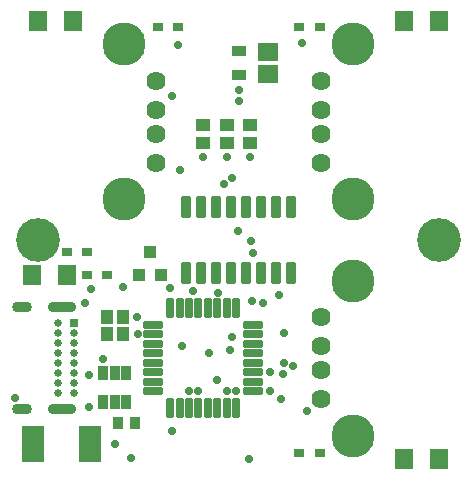
<source format=gts>
G04*
G04 #@! TF.GenerationSoftware,Altium Limited,Altium Designer,21.0.9 (235)*
G04*
G04 Layer_Color=8388736*
%FSLAX25Y25*%
%MOIN*%
G70*
G04*
G04 #@! TF.SameCoordinates,DF5498ED-4C10-4E6D-B319-6E78A4A4F47C*
G04*
G04*
G04 #@! TF.FilePolarity,Negative*
G04*
G01*
G75*
%ADD15R,0.04749X0.03765*%
%ADD16R,0.06706X0.06312*%
%ADD17R,0.03359X0.05131*%
%ADD18R,0.03556X0.04343*%
%ADD19R,0.04737X0.03950*%
%ADD20R,0.03950X0.04343*%
%ADD21R,0.03543X0.03150*%
%ADD22R,0.06312X0.06706*%
G04:AMPARAMS|DCode=23|XSize=33.59mil|YSize=72.96mil|CornerRadius=5.92mil|HoleSize=0mil|Usage=FLASHONLY|Rotation=180.000|XOffset=0mil|YOffset=0mil|HoleType=Round|Shape=RoundedRectangle|*
%AMROUNDEDRECTD23*
21,1,0.03359,0.06112,0,0,180.0*
21,1,0.02175,0.07296,0,0,180.0*
1,1,0.01184,-0.01088,0.03056*
1,1,0.01184,0.01088,0.03056*
1,1,0.01184,0.01088,-0.03056*
1,1,0.01184,-0.01088,-0.03056*
%
%ADD23ROUNDEDRECTD23*%
%ADD24R,0.03950X0.04540*%
%ADD25R,0.07700X0.12400*%
G04:AMPARAMS|DCode=26|XSize=29.65mil|YSize=65.09mil|CornerRadius=5.95mil|HoleSize=0mil|Usage=FLASHONLY|Rotation=0.000|XOffset=0mil|YOffset=0mil|HoleType=Round|Shape=RoundedRectangle|*
%AMROUNDEDRECTD26*
21,1,0.02965,0.05319,0,0,0.0*
21,1,0.01776,0.06509,0,0,0.0*
1,1,0.01190,0.00888,-0.02659*
1,1,0.01190,-0.00888,-0.02659*
1,1,0.01190,-0.00888,0.02659*
1,1,0.01190,0.00888,0.02659*
%
%ADD26ROUNDEDRECTD26*%
G04:AMPARAMS|DCode=27|XSize=29.65mil|YSize=65.09mil|CornerRadius=5.95mil|HoleSize=0mil|Usage=FLASHONLY|Rotation=90.000|XOffset=0mil|YOffset=0mil|HoleType=Round|Shape=RoundedRectangle|*
%AMROUNDEDRECTD27*
21,1,0.02965,0.05319,0,0,90.0*
21,1,0.01776,0.06509,0,0,90.0*
1,1,0.01190,0.02659,0.00888*
1,1,0.01190,0.02659,-0.00888*
1,1,0.01190,-0.02659,-0.00888*
1,1,0.01190,-0.02659,0.00888*
%
%ADD27ROUNDEDRECTD27*%
%ADD28C,0.14580*%
%ADD29C,0.06391*%
%ADD30C,0.14383*%
%ADD31C,0.02559*%
%ADD32R,0.02559X0.02559*%
G04:AMPARAMS|DCode=33|XSize=35.43mil|YSize=94.49mil|CornerRadius=17.72mil|HoleSize=0mil|Usage=FLASHONLY|Rotation=270.000|XOffset=0mil|YOffset=0mil|HoleType=Round|Shape=RoundedRectangle|*
%AMROUNDEDRECTD33*
21,1,0.03543,0.05906,0,0,270.0*
21,1,0.00000,0.09449,0,0,270.0*
1,1,0.03543,-0.02953,0.00000*
1,1,0.03543,-0.02953,0.00000*
1,1,0.03543,0.02953,0.00000*
1,1,0.03543,0.02953,0.00000*
%
%ADD33ROUNDEDRECTD33*%
G04:AMPARAMS|DCode=34|XSize=35.43mil|YSize=66.93mil|CornerRadius=17.72mil|HoleSize=0mil|Usage=FLASHONLY|Rotation=270.000|XOffset=0mil|YOffset=0mil|HoleType=Round|Shape=RoundedRectangle|*
%AMROUNDEDRECTD34*
21,1,0.03543,0.03150,0,0,270.0*
21,1,0.00000,0.06693,0,0,270.0*
1,1,0.03543,-0.01575,0.00000*
1,1,0.03543,-0.01575,0.00000*
1,1,0.03543,0.01575,0.00000*
1,1,0.03543,0.01575,0.00000*
%
%ADD34ROUNDEDRECTD34*%
%ADD35C,0.02769*%
D15*
X78740Y133760D02*
D03*
Y141831D02*
D03*
D16*
X88583Y141535D02*
D03*
Y134055D02*
D03*
D17*
X33661Y24803D02*
D03*
X37402D02*
D03*
X41142D02*
D03*
Y34252D02*
D03*
X37402D02*
D03*
X33661D02*
D03*
D18*
X38583Y17717D02*
D03*
X44094D02*
D03*
D19*
X82677Y111221D02*
D03*
Y117126D02*
D03*
X74803Y111221D02*
D03*
Y117126D02*
D03*
X66929Y111221D02*
D03*
Y117126D02*
D03*
D20*
X49213Y74803D02*
D03*
X52953Y66929D02*
D03*
X45472D02*
D03*
D21*
X28248Y66929D02*
D03*
X34941D02*
D03*
X21555Y74803D02*
D03*
X28248D02*
D03*
X105709Y149606D02*
D03*
X99016D02*
D03*
X51772D02*
D03*
X58465D02*
D03*
X105709Y7874D02*
D03*
X99016D02*
D03*
D22*
X9843Y66929D02*
D03*
X21654D02*
D03*
X133858Y151575D02*
D03*
X145669D02*
D03*
X23622D02*
D03*
X11811D02*
D03*
X133858Y5906D02*
D03*
X145669D02*
D03*
D23*
X96240Y89862D02*
D03*
X91240D02*
D03*
X86240D02*
D03*
X81240D02*
D03*
X76240D02*
D03*
X71240D02*
D03*
X66240D02*
D03*
X61240D02*
D03*
X96240Y67618D02*
D03*
X91240D02*
D03*
X86240D02*
D03*
X81240D02*
D03*
X76240D02*
D03*
X71240D02*
D03*
X66240D02*
D03*
X61240D02*
D03*
D24*
X34744Y53150D02*
D03*
X40059D02*
D03*
X34744Y47244D02*
D03*
X40059D02*
D03*
D25*
X29335Y10630D02*
D03*
X10035D02*
D03*
D26*
X55905Y56004D02*
D03*
X59055D02*
D03*
X62205D02*
D03*
X65354D02*
D03*
X68504D02*
D03*
X71653D02*
D03*
X74803D02*
D03*
X77953D02*
D03*
Y22736D02*
D03*
X74803D02*
D03*
X71653D02*
D03*
X68504D02*
D03*
X65354D02*
D03*
X62205D02*
D03*
X59055D02*
D03*
X55905D02*
D03*
D27*
X83563Y50394D02*
D03*
Y47244D02*
D03*
Y44094D02*
D03*
Y40945D02*
D03*
Y37795D02*
D03*
Y34646D02*
D03*
Y31496D02*
D03*
Y28346D02*
D03*
X50295D02*
D03*
Y31496D02*
D03*
Y34646D02*
D03*
Y37795D02*
D03*
Y40945D02*
D03*
Y44094D02*
D03*
Y47244D02*
D03*
Y50394D02*
D03*
D28*
X145669Y78740D02*
D03*
X11811D02*
D03*
D29*
X51142Y114173D02*
D03*
Y122047D02*
D03*
Y104331D02*
D03*
Y131890D02*
D03*
X106339Y122047D02*
D03*
Y114173D02*
D03*
Y131890D02*
D03*
Y104331D02*
D03*
Y43307D02*
D03*
Y35433D02*
D03*
Y53150D02*
D03*
Y25591D02*
D03*
D30*
X40472Y143976D02*
D03*
Y92244D02*
D03*
X117008D02*
D03*
Y143976D02*
D03*
Y13504D02*
D03*
Y65236D02*
D03*
D31*
X18406Y51083D02*
D03*
Y47736D02*
D03*
Y44390D02*
D03*
Y41043D02*
D03*
Y37697D02*
D03*
Y34350D02*
D03*
Y31004D02*
D03*
Y27657D02*
D03*
X23720D02*
D03*
Y31004D02*
D03*
Y34350D02*
D03*
Y37697D02*
D03*
Y41043D02*
D03*
Y44390D02*
D03*
Y47736D02*
D03*
D32*
Y51083D02*
D03*
D33*
X19862Y22343D02*
D03*
Y56398D02*
D03*
D34*
X6555Y22343D02*
D03*
Y56398D02*
D03*
D35*
X83268Y58252D02*
D03*
X28839Y33858D02*
D03*
X82185Y5709D02*
D03*
X92716Y25591D02*
D03*
X27461Y57579D02*
D03*
X45177Y47244D02*
D03*
X44833Y53150D02*
D03*
X42717Y6102D02*
D03*
X101673Y21850D02*
D03*
X96949Y36811D02*
D03*
X86811Y57776D02*
D03*
X83366Y74508D02*
D03*
X99902Y144488D02*
D03*
X82858Y78319D02*
D03*
X76575Y99311D02*
D03*
X73819Y97441D02*
D03*
X58465Y143898D02*
D03*
X56595Y126870D02*
D03*
X59252Y101969D02*
D03*
X78740Y128839D02*
D03*
X78937Y125098D02*
D03*
X28839Y23031D02*
D03*
X33661Y39075D02*
D03*
X78543Y81693D02*
D03*
X82677Y106398D02*
D03*
X74803D02*
D03*
X66929D02*
D03*
X4331Y26181D02*
D03*
X68996Y41043D02*
D03*
X76673Y46555D02*
D03*
X62205Y28248D02*
D03*
X93602Y33957D02*
D03*
X93701Y47835D02*
D03*
X71653Y31988D02*
D03*
X63583Y61811D02*
D03*
X92323Y60335D02*
D03*
X71752Y61024D02*
D03*
X75787Y42224D02*
D03*
X55709Y62598D02*
D03*
X40354Y63090D02*
D03*
X29503Y62303D02*
D03*
X37442Y10640D02*
D03*
X56496Y14961D02*
D03*
X93701Y37795D02*
D03*
X89075Y28346D02*
D03*
X59734Y43494D02*
D03*
X74803Y28248D02*
D03*
X77953D02*
D03*
X65354D02*
D03*
X89075Y34646D02*
D03*
M02*

</source>
